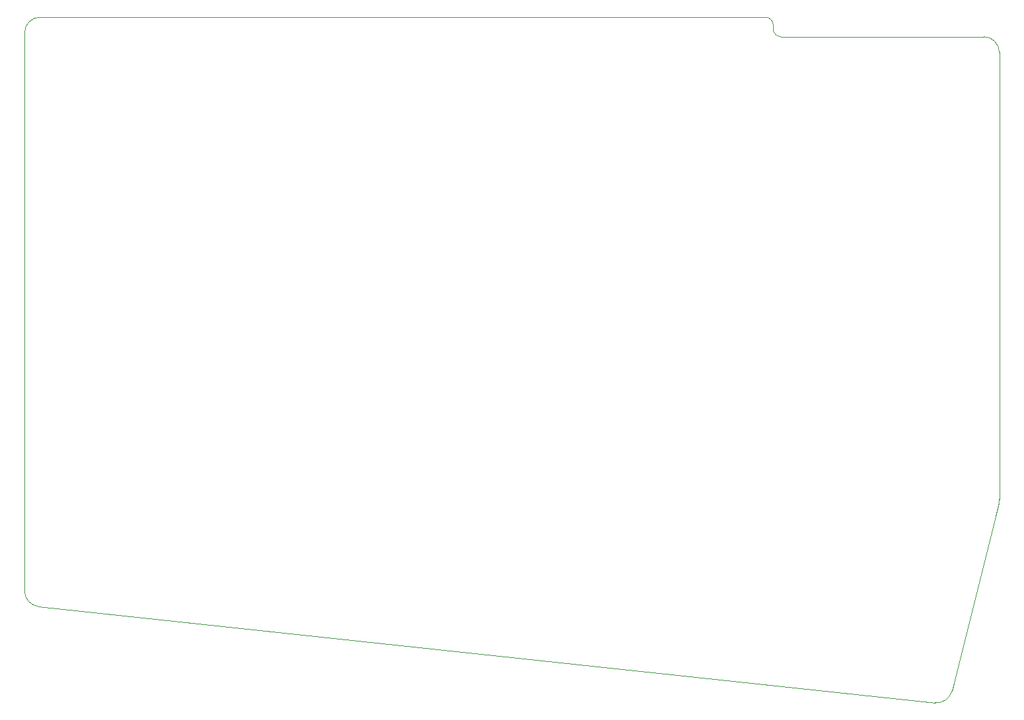
<source format=gbr>
G04 #@! TF.GenerationSoftware,KiCad,Pcbnew,(5.1.2)-2*
G04 #@! TF.CreationDate,2020-04-16T23:38:51+09:00*
G04 #@! TF.ProjectId,17mm 2020 4 8 vol2,31376d6d-2032-4303-9230-203420382076,rev?*
G04 #@! TF.SameCoordinates,Original*
G04 #@! TF.FileFunction,Profile,NP*
%FSLAX46Y46*%
G04 Gerber Fmt 4.6, Leading zero omitted, Abs format (unit mm)*
G04 Created by KiCad (PCBNEW (5.1.2)-2) date 2020-04-16 23:38:51*
%MOMM*%
%LPD*%
G04 APERTURE LIST*
%ADD10C,0.050000*%
G04 APERTURE END LIST*
D10*
X227000000Y-60500000D02*
G75*
G02X229000000Y-62500000I0J-2000000D01*
G01*
X201000000Y-60500000D02*
G75*
G02X200000000Y-59500000I0J1000000D01*
G01*
X199000000Y-58000000D02*
G75*
G02X200000000Y-59000000I0J-1000000D01*
G01*
X228998498Y-119859999D02*
G75*
G02X228939999Y-120339999I-1998498J-1D01*
G01*
X222930121Y-144440030D02*
G75*
G02X220780001Y-145939999I-1940121J490030D01*
G01*
X105790110Y-133598956D02*
G75*
G02X104000000Y-131610000I209890J1988956D01*
G01*
X104000000Y-60000000D02*
G75*
G02X106000000Y-58000000I2000000J0D01*
G01*
X201000000Y-60500000D02*
X227000000Y-60500000D01*
X200000000Y-59000000D02*
X200000000Y-59500000D01*
X199000000Y-58000000D02*
X106000000Y-58000000D01*
X229000000Y-119860000D02*
X229000000Y-62500000D01*
X222930000Y-144440000D02*
X228939999Y-120339999D01*
X105790110Y-133598956D02*
X220780001Y-145939999D01*
X104000000Y-60000000D02*
X104000000Y-131610000D01*
M02*

</source>
